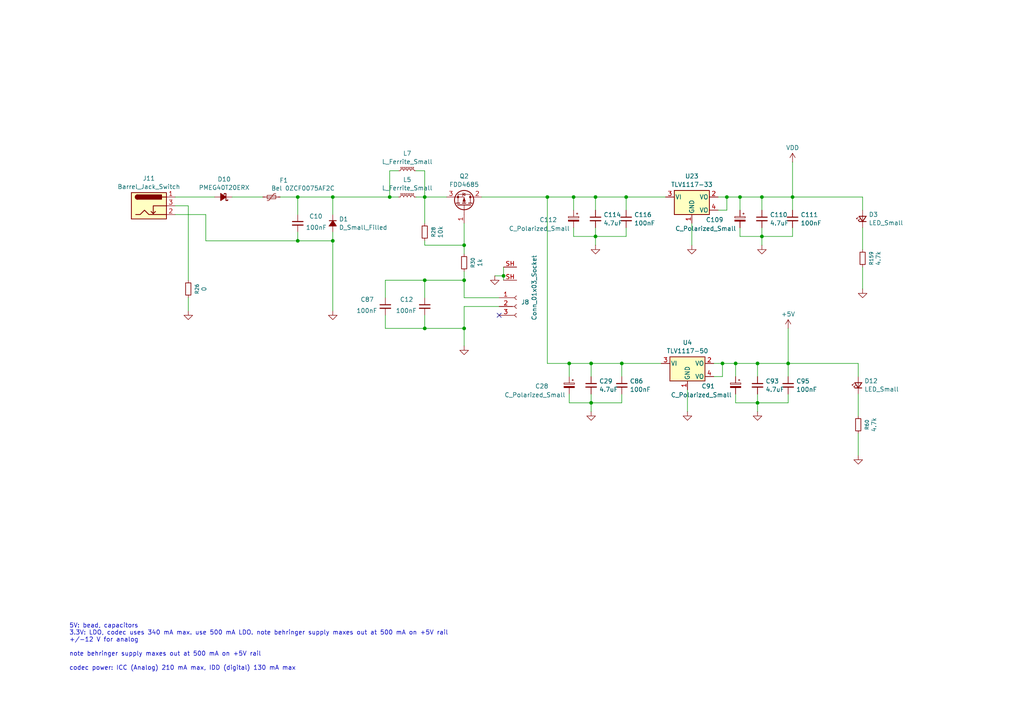
<source format=kicad_sch>
(kicad_sch (version 20250114) (generator "eeschema") (generator_version "9.0")
  (paper "A4")
  (lib_symbols
    (symbol "Connector:Barrel_Jack_Switch" (pin_names (hide yes))
      (property "Reference" "J" (at 0 5.334 0))
      (property "Value" "Barrel_Jack_Switch" (at 0 -5.08 0))
      (symbol "Barrel_Jack_Switch_0_1"
        (rectangle (start -5.08 3.81) (end 5.08 -3.81) (stroke (width 0.254)) (fill (type background)))
        (polyline (pts (xy -3.81 -2.54) (xy -2.54 -2.54) (xy -1.27 -1.27) (xy 0 -2.54) (xy 2.54 -2.54) (xy 5.08 -2.54)) (stroke (width 0.254)))
        (arc (start -3.302 1.905) (mid -3.9343 2.54) (end -3.302 3.175) (stroke (width 0.254)))
        (arc (start -3.302 1.905) (mid -3.9343 2.54) (end -3.302 3.175) (stroke (width 0.254)) (fill (type outline)))
        (polyline (pts (xy 1.27 -2.286) (xy 1.905 -1.651)) (stroke (width 0.254)))
        (rectangle (start 3.683 3.175) (end -3.302 1.905) (stroke (width 0.254)) (fill (type outline)))
        (polyline (pts (xy 5.08 2.54) (xy 3.81 2.54)) (stroke (width 0.254)))
        (polyline (pts (xy 5.08 0) (xy 1.27 0) (xy 1.27 -2.286) (xy 0.635 -1.651)) (stroke (width 0.254)))
      )
      (symbol "Barrel_Jack_Switch_1_1"
        (pin passive line (at 7.62 2.54 180) (length 2.54) (name "~") (number "1"))
        (pin passive line (at 7.62 0 180) (length 2.54) (name "~") (number "3"))
        (pin passive line (at 7.62 -2.54 180) (length 2.54) (name "~") (number "2"))
      )
    )
    (symbol "Connector:Conn_01x03_Socket" (pin_names (offset 1.016) (hide yes))
      (property "Reference" "J8" (at 1.27 1.2701 0))
      (property "Value" "Conn_01x03_Socket" (at 1.27 -1.2699 0))
      (symbol "Conn_01x03_Socket_1_1"
        (polyline (pts (xy -1.27 2.54) (xy -0.508 2.54)) (stroke (width 0.1524)))
        (polyline (pts (xy -1.27 0) (xy -0.508 0)) (stroke (width 0.1524)))
        (polyline (pts (xy -1.27 -2.54) (xy -0.508 -2.54)) (stroke (width 0.1524)))
        (arc (start 0 2.032) (mid -0.5058 2.54) (end 0 3.048) (stroke (width 0.1524)))
        (arc (start 0 -0.508) (mid -0.5058 0) (end 0 0.508) (stroke (width 0.1524)))
        (arc (start 0 -3.048) (mid -0.5058 -2.54) (end 0 -2.032) (stroke (width 0.1524)))
        (pin passive line (at -5.08 2.54 0) (length 3.81) (name "Pin_1") (number "1"))
        (pin passive line (at -5.08 0 0) (length 3.81) (name "Pin_2") (number "2"))
        (pin passive line (at -5.08 -2.54 0) (length 3.81) (name "Pin_3") (number "3"))
        (pin passive line (at -3.81 11.43 0) (length 3.81) (name "Pin_3") (number "SH"))
        (pin passive line (at -3.81 7.62 0) (length 3.81) (name "Pin_3") (number "SH"))
      )
    )
    (symbol "Device:C_Polarized_Small" (pin_numbers (hide yes)) (pin_names (offset 0.254) (hide yes))
      (property "Reference" "C" (at 0.254 1.778 0))
      (property "Value" "C_Polarized_Small" (at 0.254 -2.032 0))
      (symbol "C_Polarized_Small_0_1"
        (rectangle (start -1.524 0.6858) (end 1.524 0.3048))
        (rectangle (start -1.524 -0.3048) (end 1.524 -0.6858) (fill (type outline)))
        (polyline (pts (xy -1.27 1.524) (xy -0.762 1.524)))
        (polyline (pts (xy -1.016 1.27) (xy -1.016 1.778)))
      )
      (symbol "C_Polarized_Small_1_1"
        (pin passive line (at 0 2.54 270) (length 1.8542) (name "~") (number "1"))
        (pin passive line (at 0 -2.54 90) (length 1.8542) (name "~") (number "2"))
      )
    )
    (symbol "Device:C_Small" (pin_numbers (hide yes)) (pin_names (offset 0.254) (hide yes))
      (property "Reference" "C" (at 0.254 1.778 0))
      (property "Value" "C_Small" (at 0.254 -2.032 0))
      (symbol "C_Small_0_1"
        (polyline (pts (xy -1.524 0.508) (xy 1.524 0.508)) (stroke (width 0.3048)))
        (polyline (pts (xy -1.524 -0.508) (xy 1.524 -0.508)) (stroke (width 0.3302)))
      )
      (symbol "C_Small_1_1"
        (pin passive line (at 0 2.54 270) (length 2.032) (name "~") (number "1"))
        (pin passive line (at 0 -2.54 90) (length 2.032) (name "~") (number "2"))
      )
    )
    (symbol "Device:D_Schottky_Small_Filled" (pin_numbers (hide yes)) (pin_names (offset 0.254) (hide yes))
      (property "Reference" "D" (at -1.27 2.032 0))
      (property "Value" "D_Schottky_Small_Filled" (at -7.112 -2.032 0))
      (symbol "D_Schottky_Small_Filled_0_1"
        (polyline (pts (xy -1.27 0.762) (xy -1.27 1.016) (xy -0.762 1.016) (xy -0.762 -1.016) (xy -0.254 -1.016) (xy -0.254 -0.762)) (stroke (width 0.254)))
        (polyline (pts (xy -0.762 0) (xy 0.762 0)))
        (polyline (pts (xy 0.762 -1.016) (xy -0.762 0) (xy 0.762 1.016) (xy 0.762 -1.016)) (stroke (width 0.254)) (fill (type outline)))
      )
      (symbol "D_Schottky_Small_Filled_1_1"
        (pin passive line (at -2.54 0 0) (length 1.778) (name "K") (number "1"))
        (pin passive line (at 2.54 0 180) (length 1.778) (name "A") (number "2"))
      )
    )
    (symbol "Device:D_Small_Filled" (pin_numbers (hide yes)) (pin_names (offset 0.254) (hide yes))
      (property "Reference" "D" (at -1.27 2.032 0))
      (property "Value" "D_Small_Filled" (at -3.81 -2.032 0))
      (symbol "D_Small_Filled_0_1"
        (polyline (pts (xy -0.762 0) (xy 0.762 0)))
        (polyline (pts (xy -0.762 -1.016) (xy -0.762 1.016)) (stroke (width 0.254)))
        (polyline (pts (xy 0.762 -1.016) (xy -0.762 0) (xy 0.762 1.016) (xy 0.762 -1.016)) (stroke (width 0.254)) (fill (type outline)))
      )
      (symbol "D_Small_Filled_1_1"
        (pin passive line (at -2.54 0 0) (length 1.778) (name "K") (number "1"))
        (pin passive line (at 2.54 0 180) (length 1.778) (name "A") (number "2"))
      )
    )
    (symbol "Device:LED_Small" (pin_numbers (hide yes)) (pin_names (offset 0.254) (hide yes))
      (property "Reference" "D" (at -1.27 3.175 0))
      (property "Value" "LED_Small" (at -4.445 -2.54 0))
      (symbol "LED_Small_0_1"
        (polyline (pts (xy -0.762 -1.016) (xy -0.762 1.016)) (stroke (width 0.254)))
        (polyline (pts (xy 0 0.762) (xy -0.508 1.27) (xy -0.254 1.27) (xy -0.508 1.27) (xy -0.508 1.016)))
        (polyline (pts (xy 0.508 1.27) (xy 0 1.778) (xy 0.254 1.778) (xy 0 1.778) (xy 0 1.524)))
        (polyline (pts (xy 0.762 -1.016) (xy -0.762 0) (xy 0.762 1.016) (xy 0.762 -1.016)) (stroke (width 0.254)))
        (polyline (pts (xy 1.016 0) (xy -0.762 0)))
      )
      (symbol "LED_Small_1_1"
        (pin passive line (at -2.54 0 0) (length 1.778) (name "K") (number "1"))
        (pin passive line (at 2.54 0 180) (length 1.778) (name "A") (number "2"))
      )
    )
    (symbol "Device:L_Ferrite_Small" (pin_numbers (hide yes)) (pin_names (offset 0.254) (hide yes))
      (property "Reference" "L" (at 1.27 1.016 0))
      (property "Value" "L_Ferrite_Small" (at 1.27 -1.27 0))
      (symbol "L_Ferrite_Small_0_1"
        (arc (start 0 2.032) (mid 0.5058 1.524) (end 0 1.016))
        (arc (start 0 1.016) (mid 0.5058 0.508) (end 0 0))
        (arc (start 0 0) (mid 0.5058 -0.508) (end 0 -1.016))
        (arc (start 0 -1.016) (mid 0.5058 -1.524) (end 0 -2.032))
        (polyline (pts (xy 0.762 1.651) (xy 0.762 1.905)))
        (polyline (pts (xy 0.762 1.143) (xy 0.762 1.397)))
        (polyline (pts (xy 0.762 0.635) (xy 0.762 0.889)))
        (polyline (pts (xy 0.762 0.127) (xy 0.762 0.381)))
        (polyline (pts (xy 0.762 -0.381) (xy 0.762 -0.127)))
        (polyline (pts (xy 0.762 -0.889) (xy 0.762 -0.635)))
        (polyline (pts (xy 0.762 -1.397) (xy 0.762 -1.143)))
        (polyline (pts (xy 0.762 -1.905) (xy 0.762 -1.651)))
        (polyline (pts (xy 1.016 1.905) (xy 1.016 1.651)))
        (polyline (pts (xy 1.016 1.397) (xy 1.016 1.143)))
        (polyline (pts (xy 1.016 0.889) (xy 1.016 0.635)))
        (polyline (pts (xy 1.016 0.381) (xy 1.016 0.127)))
        (polyline (pts (xy 1.016 -0.127) (xy 1.016 -0.381)))
        (polyline (pts (xy 1.016 -0.635) (xy 1.016 -0.889)))
        (polyline (pts (xy 1.016 -1.143) (xy 1.016 -1.397)))
        (polyline (pts (xy 1.016 -1.651) (xy 1.016 -1.905)))
      )
      (symbol "L_Ferrite_Small_1_1"
        (pin passive line (at 0 2.54 270) (length 0.508) (name "~") (number "1"))
        (pin passive line (at 0 -2.54 90) (length 0.508) (name "~") (number "2"))
      )
    )
    (symbol "Device:Polyfuse_Small" (pin_numbers (hide yes)) (pin_names (offset 0))
      (property "Reference" "F" (at -1.905 0 90))
      (property "Value" "Polyfuse_Small" (at 1.905 0 90))
      (symbol "Polyfuse_Small_0_1"
        (polyline (pts (xy -1.016 1.27) (xy -1.016 0.762) (xy 1.016 -0.762) (xy 1.016 -1.27)))
        (rectangle (start -0.508 1.27) (end 0.508 -1.27))
        (polyline (pts (xy 0 2.54) (xy 0 -2.54)))
      )
      (symbol "Polyfuse_Small_1_1"
        (pin passive line (at 0 2.54 270) (length 0.635) (name "~") (number "1"))
        (pin passive line (at 0 -2.54 90) (length 0.635) (name "~") (number "2"))
      )
    )
    (symbol "Device:R_Small" (pin_numbers (hide yes)) (pin_names (offset 0.254) (hide yes))
      (property "Reference" "R" (at 0 0 90))
      (property "Value" "R_Small" (at 1.778 0 90))
      (symbol "R_Small_0_1"
        (rectangle (start -0.762 1.778) (end 0.762 -1.778) (stroke (width 0.2032)))
      )
      (symbol "R_Small_1_1"
        (pin passive line (at 0 2.54 270) (length 0.762) (name "~") (number "1"))
        (pin passive line (at 0 -2.54 90) (length 0.762) (name "~") (number "2"))
      )
    )
    (symbol "Regulator_Linear:TLV1117-33" (pin_names (offset 0.254))
      (property "Reference" "U12" (at 0 6.0495 0))
      (property "Value" "TLV1117-33" (at 0 3.6252 0))
      (symbol "TLV1117-33_0_1"
        (rectangle (start -5.08 -5.08) (end 5.08 1.905) (stroke (width 0.254)) (fill (type background)))
      )
      (symbol "TLV1117-33_1_1"
        (pin power_in line (at -7.62 0 0) (length 2.54) (name "VI") (number "3"))
        (pin power_in line (at 0 -7.62 90) (length 2.54) (name "GND") (number "1"))
        (pin power_out line (at 7.62 0 180) (length 2.54) (name "VO") (number "2"))
        (pin power_out line (at 7.62 -3.81 180) (length 2.54) (name "VO") (number "4"))
      )
    )
    (symbol "Transistor_FET:QM6015D" (pin_names (hide yes))
      (property "Reference" "Q" (at 5.08 1.905 0))
      (property "Value" "QM6015D" (at 5.08 0 0))
      (symbol "QM6015D_0_1"
        (polyline (pts (xy 0.254 1.905) (xy 0.254 -1.905)) (stroke (width 0.254)))
        (polyline (pts (xy 0.254 0) (xy -2.54 0)))
        (polyline (pts (xy 0.762 2.286) (xy 0.762 1.27)) (stroke (width 0.254)))
        (polyline (pts (xy 0.762 1.778) (xy 3.302 1.778) (xy 3.302 -1.778) (xy 0.762 -1.778)))
        (polyline (pts (xy 0.762 0.508) (xy 0.762 -0.508)) (stroke (width 0.254)))
        (polyline (pts (xy 0.762 -1.27) (xy 0.762 -2.286)) (stroke (width 0.254)))
        (circle (center 1.651 0) (radius 2.794) (stroke (width 0.254)))
        (polyline (pts (xy 2.286 0) (xy 1.27 0.381) (xy 1.27 -0.381) (xy 2.286 0)) (fill (type outline)))
        (polyline (pts (xy 2.54 2.54) (xy 2.54 1.778)))
        (circle (center 2.54 1.778) (radius 0.254) (fill (type outline)))
        (circle (center 2.54 -1.778) (radius 0.254) (fill (type outline)))
        (polyline (pts (xy 2.54 -2.54) (xy 2.54 0) (xy 0.762 0)))
        (polyline (pts (xy 2.794 -0.508) (xy 2.921 -0.381) (xy 3.683 -0.381) (xy 3.81 -0.254)))
        (polyline (pts (xy 3.302 -0.381) (xy 2.921 0.254) (xy 3.683 0.254) (xy 3.302 -0.381)))
      )
      (symbol "QM6015D_1_1"
        (pin passive line (at -5.08 0 0) (length 2.54) (name "G") (number "1"))
        (pin passive line (at 2.54 5.08 270) (length 2.54) (name "D") (number "2"))
        (pin passive line (at 2.54 -5.08 90) (length 2.54) (name "S") (number "3"))
      )
    )
    (symbol "power:+5V" (power) (pin_numbers (hide yes)) (pin_names (offset 0) (hide yes))
      (property "Value" "+5V" (at 0 3.556 0))
      (symbol "+5V_0_1"
        (polyline (pts (xy -0.762 1.27) (xy 0 2.54)))
        (polyline (pts (xy 0 2.54) (xy 0.762 1.27)))
        (polyline (pts (xy 0 0) (xy 0 2.54)))
      )
      (symbol "+5V_1_1"
        (pin power_in line (at 0 0 90) (length 0) (name "~") (number "1"))
      )
    )
    (symbol "power:GND" (power) (pin_numbers (hide yes)) (pin_names (offset 0) (hide yes))
      (property "Value" "GND" (at 0 -3.81 0))
      (symbol "GND_0_1"
        (polyline (pts (xy 0 0) (xy 0 -1.27) (xy 1.27 -1.27) (xy 0 -2.54) (xy -1.27 -1.27) (xy 0 -1.27)))
      )
      (symbol "GND_1_1"
        (pin power_in line (at 0 0 270) (length 0) (name "~") (number "1"))
      )
    )
    (symbol "power:VDD" (power) (pin_numbers (hide yes)) (pin_names (offset 0) (hide yes))
      (property "Value" "VDD" (at 0 3.556 0))
      (symbol "VDD_0_1"
        (polyline (pts (xy -0.762 1.27) (xy 0 2.54)))
        (polyline (pts (xy 0 2.54) (xy 0.762 1.27)))
        (polyline (pts (xy 0 0) (xy 0 2.54)))
      )
      (symbol "VDD_1_1"
        (pin power_in line (at 0 0 90) (length 0) (name "~") (number "1"))
      )
    )
  )
  (text "5V: bead, capacitors\n3.3V: LDO, codec uses 340 mA max. use 500 mA LDO. note behringer supply maxes out at 500 mA on +5V rail\n+/-12 V for analog\n\nnote behringer supply maxes out at 500 mA on +5V rail\n\ncodec power: ICC (Analog) 210 mA max, IDD (digital) 130 mA max\n" (at 20.066 187.706 0) (effects (font (size 1.27 1.27)) (justify left)))
  (junction (at 146.05 80.01))
  (junction (at 96.52 57.15))
  (junction (at 220.98 57.15))
  (junction (at 86.36 69.85))
  (junction (at 123.19 95.25))
  (junction (at 229.87 57.15))
  (junction (at 171.45 105.41))
  (junction (at 123.19 81.28))
  (junction (at 220.98 68.58))
  (junction (at 134.62 71.12))
  (junction (at 214.63 57.15))
  (junction (at 210.82 57.15))
  (junction (at 219.71 105.41))
  (junction (at 213.36 105.41))
  (junction (at 219.71 116.84))
  (junction (at 172.72 68.58))
  (junction (at 134.62 81.28))
  (junction (at 228.6 105.41))
  (junction (at 165.1 105.41))
  (junction (at 86.36 57.15))
  (junction (at 134.62 95.25))
  (junction (at 113.03 57.15))
  (junction (at 180.34 105.41))
  (junction (at 181.61 57.15))
  (junction (at 166.37 57.15))
  (junction (at 171.45 116.84))
  (junction (at 209.55 105.41))
  (junction (at 123.19 57.15))
  (junction (at 158.75 57.15))
  (junction (at 172.72 57.15))
  (junction (at 96.52 69.85))
  (no_connect (at 144.78 91.44))
  (wire (pts (xy 134.62 81.28) (xy 134.62 86.36)))
  (wire (pts (xy 120.65 49.53) (xy 123.19 49.53)))
  (wire (pts (xy 166.37 68.58) (xy 172.72 68.58)))
  (wire (pts (xy 172.72 57.15) (xy 172.72 60.96)))
  (wire (pts (xy 115.57 49.53) (xy 113.03 49.53)))
  (wire (pts (xy 248.92 125.73) (xy 248.92 132.08)))
  (wire (pts (xy 229.87 57.15) (xy 229.87 60.96)))
  (wire (pts (xy 208.28 60.96) (xy 210.82 60.96)))
  (wire (pts (xy 228.6 116.84) (xy 228.6 114.3)))
  (wire (pts (xy 213.36 105.41) (xy 213.36 109.22)))
  (wire (pts (xy 171.45 105.41) (xy 171.45 109.22)))
  (wire (pts (xy 134.62 71.12) (xy 134.62 73.66)))
  (wire (pts (xy 134.62 88.9) (xy 134.62 95.25)))
  (wire (pts (xy 59.69 69.85) (xy 86.36 69.85)))
  (wire (pts (xy 113.03 49.53) (xy 113.03 57.15)))
  (wire (pts (xy 220.98 68.58) (xy 229.87 68.58)))
  (wire (pts (xy 214.63 66.04) (xy 214.63 68.58)))
  (wire (pts (xy 166.37 66.04) (xy 166.37 68.58)))
  (wire (pts (xy 144.78 86.36) (xy 134.62 86.36)))
  (wire (pts (xy 59.69 62.23) (xy 59.69 69.85)))
  (wire (pts (xy 123.19 86.36) (xy 123.19 81.28)))
  (wire (pts (xy 250.19 77.47) (xy 250.19 83.82)))
  (wire (pts (xy 172.72 66.04) (xy 172.72 68.58)))
  (wire (pts (xy 219.71 116.84) (xy 219.71 119.38)))
  (wire (pts (xy 158.75 105.41) (xy 165.1 105.41)))
  (wire (pts (xy 158.75 57.15) (xy 158.75 105.41)))
  (wire (pts (xy 120.65 57.15) (xy 123.19 57.15)))
  (wire (pts (xy 146.05 80.01) (xy 146.05 81.28)))
  (wire (pts (xy 214.63 57.15) (xy 220.98 57.15)))
  (wire (pts (xy 50.8 62.23) (xy 59.69 62.23)))
  (wire (pts (xy 134.62 71.12) (xy 134.62 64.77)))
  (wire (pts (xy 171.45 114.3) (xy 171.45 116.84)))
  (wire (pts (xy 111.76 81.28) (xy 123.19 81.28)))
  (wire (pts (xy 113.03 57.15) (xy 115.57 57.15)))
  (wire (pts (xy 165.1 114.3) (xy 165.1 116.84)))
  (wire (pts (xy 180.34 116.84) (xy 180.34 114.3)))
  (wire (pts (xy 210.82 57.15) (xy 214.63 57.15)))
  (wire (pts (xy 214.63 68.58) (xy 220.98 68.58)))
  (wire (pts (xy 123.19 57.15) (xy 123.19 64.77)))
  (wire (pts (xy 54.61 86.36) (xy 54.61 90.17)))
  (wire (pts (xy 219.71 105.41) (xy 219.71 109.22)))
  (wire (pts (xy 220.98 66.04) (xy 220.98 68.58)))
  (wire (pts (xy 81.28 57.15) (xy 86.36 57.15)))
  (wire (pts (xy 123.19 91.44) (xy 123.19 95.25)))
  (wire (pts (xy 139.7 57.15) (xy 158.75 57.15)))
  (wire (pts (xy 181.61 68.58) (xy 181.61 66.04)))
  (wire (pts (xy 166.37 57.15) (xy 172.72 57.15)))
  (wire (pts (xy 209.55 105.41) (xy 213.36 105.41)))
  (wire (pts (xy 123.19 49.53) (xy 123.19 57.15)))
  (wire (pts (xy 96.52 57.15) (xy 113.03 57.15)))
  (wire (pts (xy 250.19 57.15) (xy 229.87 57.15)))
  (wire (pts (xy 165.1 105.41) (xy 165.1 109.22)))
  (wire (pts (xy 143.51 80.01) (xy 146.05 80.01)))
  (wire (pts (xy 181.61 57.15) (xy 181.61 60.96)))
  (wire (pts (xy 219.71 114.3) (xy 219.71 116.84)))
  (wire (pts (xy 146.05 77.47) (xy 146.05 80.01)))
  (wire (pts (xy 248.92 114.3) (xy 248.92 120.65)))
  (wire (pts (xy 172.72 68.58) (xy 181.61 68.58)))
  (wire (pts (xy 171.45 116.84) (xy 171.45 119.38)))
  (wire (pts (xy 229.87 68.58) (xy 229.87 66.04)))
  (wire (pts (xy 96.52 62.23) (xy 96.52 57.15)))
  (wire (pts (xy 199.39 113.03) (xy 199.39 119.38)))
  (wire (pts (xy 123.19 57.15) (xy 129.54 57.15)))
  (wire (pts (xy 172.72 57.15) (xy 181.61 57.15)))
  (wire (pts (xy 213.36 105.41) (xy 219.71 105.41)))
  (wire (pts (xy 54.61 59.69) (xy 54.61 81.28)))
  (wire (pts (xy 86.36 67.31) (xy 86.36 69.85)))
  (wire (pts (xy 171.45 105.41) (xy 180.34 105.41)))
  (wire (pts (xy 228.6 105.41) (xy 228.6 109.22)))
  (wire (pts (xy 86.36 69.85) (xy 96.52 69.85)))
  (wire (pts (xy 111.76 86.36) (xy 111.76 81.28)))
  (wire (pts (xy 248.92 105.41) (xy 228.6 105.41)))
  (wire (pts (xy 134.62 100.33) (xy 134.62 95.25)))
  (wire (pts (xy 248.92 109.22) (xy 248.92 105.41)))
  (wire (pts (xy 220.98 57.15) (xy 229.87 57.15)))
  (wire (pts (xy 123.19 95.25) (xy 134.62 95.25)))
  (wire (pts (xy 134.62 78.74) (xy 134.62 81.28)))
  (wire (pts (xy 229.87 46.99) (xy 229.87 57.15)))
  (wire (pts (xy 111.76 95.25) (xy 123.19 95.25)))
  (wire (pts (xy 250.19 60.96) (xy 250.19 57.15)))
  (wire (pts (xy 144.78 88.9) (xy 134.62 88.9)))
  (wire (pts (xy 207.01 109.22) (xy 209.55 109.22)))
  (wire (pts (xy 250.19 66.04) (xy 250.19 72.39)))
  (wire (pts (xy 111.76 91.44) (xy 111.76 95.25)))
  (wire (pts (xy 165.1 116.84) (xy 171.45 116.84)))
  (wire (pts (xy 67.31 57.15) (xy 76.2 57.15)))
  (wire (pts (xy 123.19 69.85) (xy 123.19 71.12)))
  (wire (pts (xy 219.71 105.41) (xy 228.6 105.41)))
  (wire (pts (xy 210.82 60.96) (xy 210.82 57.15)))
  (wire (pts (xy 213.36 114.3) (xy 213.36 116.84)))
  (wire (pts (xy 180.34 105.41) (xy 180.34 109.22)))
  (wire (pts (xy 50.8 57.15) (xy 62.23 57.15)))
  (wire (pts (xy 172.72 68.58) (xy 172.72 71.12)))
  (wire (pts (xy 171.45 116.84) (xy 180.34 116.84)))
  (wire (pts (xy 96.52 69.85) (xy 96.52 90.17)))
  (wire (pts (xy 96.52 67.31) (xy 96.52 69.85)))
  (wire (pts (xy 180.34 105.41) (xy 191.77 105.41)))
  (wire (pts (xy 123.19 71.12) (xy 134.62 71.12)))
  (wire (pts (xy 86.36 57.15) (xy 86.36 62.23)))
  (wire (pts (xy 123.19 81.28) (xy 134.62 81.28)))
  (wire (pts (xy 228.6 95.25) (xy 228.6 105.41)))
  (wire (pts (xy 207.01 105.41) (xy 209.55 105.41)))
  (wire (pts (xy 220.98 68.58) (xy 220.98 71.12)))
  (wire (pts (xy 213.36 116.84) (xy 219.71 116.84)))
  (wire (pts (xy 219.71 116.84) (xy 228.6 116.84)))
  (wire (pts (xy 50.8 59.69) (xy 54.61 59.69)))
  (wire (pts (xy 208.28 57.15) (xy 210.82 57.15)))
  (wire (pts (xy 166.37 57.15) (xy 166.37 60.96)))
  (wire (pts (xy 209.55 109.22) (xy 209.55 105.41)))
  (wire (pts (xy 181.61 57.15) (xy 193.04 57.15)))
  (wire (pts (xy 165.1 105.41) (xy 171.45 105.41)))
  (wire (pts (xy 220.98 57.15) (xy 220.98 60.96)))
  (wire (pts (xy 200.66 64.77) (xy 200.66 71.12)))
  (wire (pts (xy 214.63 57.15) (xy 214.63 60.96)))
  (wire (pts (xy 86.36 57.15) (xy 96.52 57.15)))
  (wire (pts (xy 158.75 57.15) (xy 166.37 57.15)))
  (symbol (lib_id "Device:C_Small") (at 181.61 63.5 0) (mirror y) (unit 1)
    (property "Reference" "C116" (at 183.9341 62.2941 0) (effects (justify right)))
    (property "Value" "100nF" (at 183.9341 64.7184 0) (effects (justify right)))
    (property "Footprint" "Capacitor_SMD:C_0603_1608Metric" (effects (hide yes)))
    (property "Description" "Unpolarized capacitor, small symbol" (effects (hide yes)))
  )
  (symbol (lib_id "power:GND") (at 143.51 80.01 0) (unit 1)
    (property "Reference" "#PWR040" (effects (hide yes)))
    (property "Value" "GND" (effects (hide yes)))
    (property "Description" "Power symbol creates a global label with name \"GND\" , ground" (effects (hide yes)))
  )
  (symbol (lib_id "Device:R_Small") (at 123.19 67.31 180) (unit 1)
    (property "Reference" "R28" (at 125.73 67.31 90) (effects (font (size 1.016 1.016))))
    (property "Value" "10k" (at 127.762 67.31 90))
    (property "Footprint" "Resistor_SMD:R_0603_1608Metric" (effects (hide yes)))
    (property "Description" "Resistor, small symbol" (effects (hide yes)))
    (property "PN" "CRCW06030000Z0EA" (effects (hide yes)))
  )
  (symbol (lib_id "Device:C_Small") (at 229.87 63.5 0) (mirror y) (unit 1)
    (property "Reference" "C111" (at 232.1941 62.2941 0) (effects (justify right)))
    (property "Value" "100nF" (at 232.1941 64.7184 0) (effects (justify right)))
    (property "Footprint" "Capacitor_SMD:C_0603_1608Metric" (effects (hide yes)))
    (property "Description" "Unpolarized capacitor, small symbol" (effects (hide yes)))
  )
  (symbol (lib_id "Device:Polyfuse_Small") (at 78.74 57.15 90) (unit 1)
    (property "Reference" "F1" (at 82.296 52.324 90))
    (property "Value" "Bel 0ZCF0075AF2C" (at 87.884 54.61 90))
    (property "Footprint" "Fuse:Fuse_2920_7451Metric" (effects (hide yes)))
    (property "Description" "Resettable fuse, polymeric positive temperature coefficient, small symbol" (effects (hide yes)))
  )
  (symbol (lib_id "power:GND") (at 199.39 119.38 0) (unit 1)
    (property "Reference" "#PWR048" (effects (hide yes)))
    (property "Value" "GND" (effects (hide yes)))
    (property "Description" "Power symbol creates a global label with name \"GND\" , ground" (effects (hide yes)))
  )
  (symbol (lib_id "Device:C_Small") (at 123.19 88.9 0) (unit 1)
    (property "Reference" "C12" (at 119.888 86.868 0) (effects (justify right)))
    (property "Value" "100nF" (at 120.8659 90.1184 0) (effects (justify right)))
    (property "Footprint" "Capacitor_SMD:C_0603_1608Metric" (effects (hide yes)))
    (property "Description" "Unpolarized capacitor, small symbol" (effects (hide yes)))
  )
  (symbol (lib_id "power:GND") (at 172.72 71.12 0) (unit 1)
    (property "Reference" "#PWR0160" (effects (hide yes)))
    (property "Value" "GND" (effects (hide yes)))
    (property "Description" "Power symbol creates a global label with name \"GND\" , ground" (effects (hide yes)))
  )
  (symbol (lib_id "Device:C_Small") (at 171.45 111.76 0) (mirror y) (unit 1)
    (property "Reference" "C29" (at 173.7741 110.5541 0) (effects (justify right)))
    (property "Value" "4.7uF" (at 173.7741 112.9784 0) (effects (justify right)))
    (property "Footprint" "Capacitor_SMD:C_0603_1608Metric" (effects (hide yes)))
    (property "Description" "Unpolarized capacitor, small symbol" (effects (hide yes)))
  )
  (symbol (lib_id "Device:LED_Small") (at 248.92 111.76 90) (unit 1)
    (property "Reference" "D12" (at 250.698 110.4843 90) (effects (justify right)))
    (property "Value" "LED_Small" (at 250.698 112.9086 90) (effects (justify right)))
    (property "Footprint" "LED_SMD:LED_0603_1608Metric" (effects (hide yes)))
    (property "Description" "Light emitting diode, small symbol" (effects (hide yes)))
    (property "Sim.Pin" "1=K 2=A" (effects (hide yes)))
    (property "PN" "WP710A10ID" (effects (hide yes)))
  )
  (symbol (lib_id "Device:C_Small") (at 111.76 88.9 0) (unit 1)
    (property "Reference" "C87" (at 108.458 86.868 0) (effects (justify right)))
    (property "Value" "100nF" (at 109.4359 90.1184 0) (effects (justify right)))
    (property "Footprint" "Capacitor_SMD:C_0603_1608Metric" (effects (hide yes)))
    (property "Description" "Unpolarized capacitor, small symbol" (effects (hide yes)))
  )
  (symbol (lib_id "power:GND") (at 54.61 90.17 0) (unit 1)
    (property "Reference" "#PWR041" (effects (hide yes)))
    (property "Value" "GND" (effects (hide yes)))
    (property "Description" "Power symbol creates a global label with name \"GND\" , ground" (effects (hide yes)))
  )
  (symbol (lib_id "Device:C_Small") (at 86.36 64.77 0) (mirror y) (unit 1)
    (property "Reference" "C10" (at 89.662 62.738 0) (effects (justify right)))
    (property "Value" "100nF" (at 88.6841 65.9884 0) (effects (justify right)))
    (property "Footprint" "Capacitor_SMD:C_0603_1608Metric" (effects (hide yes)))
    (property "Description" "Unpolarized capacitor, small symbol" (effects (hide yes)))
  )
  (symbol (lib_id "Regulator_Linear:TLV1117-33") (at 200.66 57.15 0) (unit 1)
    (property "Reference" "U23" (at 200.66 51.1005 0))
    (property "Value" "TLV1117-33" (at 200.66 53.5248 0))
    (property "Footprint" "Package_TO_SOT_SMD:SOT-223" (effects (hide yes)))
    (property "Datasheet" "http://www.ti.com/lit/ds/symlink/tlv1117.pdf" (effects (hide yes)))
    (property "Description" "800mA Low-Dropout Linear Regulator, 3.3V fixed output, TO-220/TO-252/TO-263/SOT-223" (effects (hide yes)))
    (property "PN" "TLV1117-33IDCYR" (effects (hide yes)))
  )
  (symbol (lib_id "power:GND") (at 219.71 119.38 0) (unit 1)
    (property "Reference" "#PWR060" (effects (hide yes)))
    (property "Value" "GND" (effects (hide yes)))
    (property "Description" "Power symbol creates a global label with name \"GND\" , ground" (effects (hide yes)))
  )
  (symbol (lib_id "Device:C_Small") (at 220.98 63.5 0) (mirror y) (unit 1)
    (property "Reference" "C110" (at 223.3041 62.2941 0) (effects (justify right)))
    (property "Value" "4.7uF" (at 223.3041 64.7184 0) (effects (justify right)))
    (property "Footprint" "Capacitor_SMD:C_0603_1608Metric" (effects (hide yes)))
    (property "Description" "Unpolarized capacitor, small symbol" (effects (hide yes)))
  )
  (symbol (lib_id "power:GND") (at 250.19 83.82 0) (unit 1)
    (property "Reference" "#PWR0165" (effects (hide yes)))
    (property "Value" "GND" (effects (hide yes)))
    (property "Description" "Power symbol creates a global label with name \"GND\" , ground" (effects (hide yes)))
  )
  (symbol (lib_id "Device:R_Small") (at 54.61 83.82 180) (unit 1)
    (property "Reference" "R26" (at 57.15 83.82 90) (effects (font (size 1.016 1.016))))
    (property "Value" "0" (at 59.182 83.82 90))
    (property "Footprint" "Resistor_SMD:R_0603_1608Metric" (effects (hide yes)))
    (property "Description" "Resistor, small symbol" (effects (hide yes)))
    (property "PN" "CRCW06030000Z0EA" (effects (hide yes)))
  )
  (symbol (lib_id "Device:R_Small") (at 134.62 76.2 180) (unit 1)
    (property "Reference" "R30" (at 137.16 76.2 90) (effects (font (size 1.016 1.016))))
    (property "Value" "1k" (at 139.192 76.2 90))
    (property "Footprint" "Resistor_SMD:R_0603_1608Metric" (effects (hide yes)))
    (property "Description" "Resistor, small symbol" (effects (hide yes)))
    (property "PN" "CRCW06030000Z0EA" (effects (hide yes)))
  )
  (symbol (lib_id "Device:R_Small") (at 248.92 123.19 180) (unit 1)
    (property "Reference" "R60" (at 251.46 123.19 90) (effects (font (size 1.016 1.016))))
    (property "Value" "4.7k" (at 253.492 123.19 90))
    (property "Footprint" "Resistor_SMD:R_0603_1608Metric" (effects (hide yes)))
    (property "Description" "Resistor, small symbol" (effects (hide yes)))
    (property "PN" "ERA-3AEB472V" (effects (hide yes)))
  )
  (symbol (lib_id "Device:L_Ferrite_Small") (at 118.11 49.53 90) (unit 1)
    (property "Reference" "L7" (at 118.11 44.4965 90))
    (property "Value" "L_Ferrite_Small" (at 118.11 46.9208 90))
    (property "Footprint" "Inductor_SMD:L_0603_1608Metric" (effects (hide yes)))
    (property "Description" "Inductor with ferrite core, small symbol" (effects (hide yes)))
    (property "PN" "BLM18KG601SN1D" (effects (hide yes)))
  )
  (symbol (lib_id "Device:C_Polarized_Small") (at 165.1 111.76 0) (mirror y) (unit 1)
    (property "Reference" "C28" (at 155.194 112.014 0) (effects (justify right)))
    (property "Value" "C_Polarized_Small" (at 146.304 114.554 0) (effects (justify right)))
    (property "Footprint" "Capacitor_THT:CP_Radial_D8.0mm_P3.50mm" (effects (hide yes)))
    (property "Description" "Polarized capacitor, small symbol" (effects (hide yes)))
    (property "PN" "UES1C470MPM1TD" (effects (hide yes)))
  )
  (symbol (lib_id "power:GND") (at 220.98 71.12 0) (unit 1)
    (property "Reference" "#PWR0164" (effects (hide yes)))
    (property "Value" "GND" (effects (hide yes)))
    (property "Description" "Power symbol creates a global label with name \"GND\" , ground" (effects (hide yes)))
  )
  (symbol (lib_id "Device:C_Small") (at 228.6 111.76 0) (mirror y) (unit 1)
    (property "Reference" "C95" (at 230.9241 110.5541 0) (effects (justify right)))
    (property "Value" "100nF" (at 230.9241 112.9784 0) (effects (justify right)))
    (property "Footprint" "Capacitor_SMD:C_0603_1608Metric" (effects (hide yes)))
    (property "Description" "Unpolarized capacitor, small symbol" (effects (hide yes)))
  )
  (symbol (lib_id "Connector:Conn_01x03_Socket") (at 149.86 88.9 0) (unit 1)
    (property "Reference" "J8" (at 151.13 87.6299 0) (effects (justify left)))
    (property "Value" "Conn_01x03_Socket" (at 154.94 92.964 90) (effects (justify left)))
    (property "Footprint" "eth68:100SP1T1B1M7QE" (effects (hide yes)))
    (property "Description" "Generic connector, single row, 01x03, script generated" (effects (hide yes)))
  )
  (symbol (lib_id "power:GND") (at 96.52 90.17 0) (unit 1)
    (property "Reference" "#PWR039" (effects (hide yes)))
    (property "Value" "GND" (effects (hide yes)))
    (property "Description" "Power symbol creates a global label with name \"GND\" , ground" (effects (hide yes)))
  )
  (symbol (lib_id "Transistor_FET:QM6015D") (at 134.62 59.69 270) (mirror x) (unit 1)
    (property "Reference" "Q2" (at 134.62 51.1005 90))
    (property "Value" "FDD4685" (at 134.62 53.5248 90))
    (property "Footprint" "Package_TO_SOT_SMD:TO-252-2" (effects (hide yes)))
    (property "Datasheet" "http://www.jaolen.com/images/pdf/QM6015D.pdf" (effects (hide yes)))
    (property "Description" "-35A Id, -60V Vds, P-Channel Power MOSFET, 25mOhm Ron, 25.0nC Qg (typ), TO252" (effects (hide yes)))
  )
  (symbol (lib_id "power:+5V") (at 228.6 95.25 0) (unit 1)
    (property "Reference" "#PWR0105" (effects (hide yes)))
    (property "Value" "+5V" (at 228.6 91.1169 0))
    (property "Description" "Power symbol creates a global label with name \"+5V\"" (effects (hide yes)))
  )
  (symbol (lib_id "power:VDD") (at 229.87 46.99 0) (unit 1)
    (property "Reference" "#PWR0166" (effects (hide yes)))
    (property "Value" "VDD" (at 229.87 42.8569 0))
    (property "Description" "Power symbol creates a global label with name \"VDD\"" (effects (hide yes)))
  )
  (symbol (lib_id "Device:C_Small") (at 219.71 111.76 0) (mirror y) (unit 1)
    (property "Reference" "C93" (at 222.0341 110.5541 0) (effects (justify right)))
    (property "Value" "4.7uF" (at 222.0341 112.9784 0) (effects (justify right)))
    (property "Footprint" "Capacitor_SMD:C_0603_1608Metric" (effects (hide yes)))
    (property "Description" "Unpolarized capacitor, small symbol" (effects (hide yes)))
  )
  (symbol (lib_id "Device:C_Small") (at 180.34 111.76 0) (mirror y) (unit 1)
    (property "Reference" "C86" (at 182.6641 110.5541 0) (effects (justify right)))
    (property "Value" "100nF" (at 182.6641 112.9784 0) (effects (justify right)))
    (property "Footprint" "Capacitor_SMD:C_0603_1608Metric" (effects (hide yes)))
    (property "Description" "Unpolarized capacitor, small symbol" (effects (hide yes)))
  )
  (symbol (lib_id "power:GND") (at 134.62 100.33 0) (unit 1)
    (property "Reference" "#PWR045" (effects (hide yes)))
    (property "Value" "GND" (effects (hide yes)))
    (property "Description" "Power symbol creates a global label with name \"GND\" , ground" (effects (hide yes)))
  )
  (symbol (lib_id "power:GND") (at 248.92 132.08 0) (unit 1)
    (property "Reference" "#PWR062" (effects (hide yes)))
    (property "Value" "GND" (effects (hide yes)))
    (property "Description" "Power symbol creates a global label with name \"GND\" , ground" (effects (hide yes)))
  )
  (symbol (lib_id "power:GND") (at 200.66 71.12 0) (unit 1)
    (property "Reference" "#PWR0162" (effects (hide yes)))
    (property "Value" "GND" (effects (hide yes)))
    (property "Description" "Power symbol creates a global label with name \"GND\" , ground" (effects (hide yes)))
  )
  (symbol (lib_id "Device:L_Ferrite_Small") (at 118.11 57.15 90) (unit 1)
    (property "Reference" "L5" (at 118.11 52.1165 90))
    (property "Value" "L_Ferrite_Small" (at 118.11 54.5408 90))
    (property "Footprint" "Inductor_SMD:L_0603_1608Metric" (effects (hide yes)))
    (property "Description" "Inductor with ferrite core, small symbol" (effects (hide yes)))
    (property "PN" "BLM18KG601SN1D" (effects (hide yes)))
  )
  (symbol (lib_id "Device:C_Polarized_Small") (at 166.37 63.5 0) (mirror y) (unit 1)
    (property "Reference" "C112" (at 156.464 63.754 0) (effects (justify right)))
    (property "Value" "C_Polarized_Small" (at 147.574 66.294 0) (effects (justify right)))
    (property "Footprint" "Capacitor_THT:CP_Radial_D8.0mm_P3.50mm" (effects (hide yes)))
    (property "Description" "Polarized capacitor, small symbol" (effects (hide yes)))
    (property "PN" "UES1C470MPM1TD" (effects (hide yes)))
  )
  (symbol (lib_id "Device:D_Schottky_Small_Filled") (at 64.77 57.15 180) (unit 1)
    (property "Reference" "D10" (at 65.024 51.9895 0))
    (property "Value" "PMEG40T20ERX" (at 65.024 54.4138 0))
    (property "Footprint" "Diode_SMD:D_SOD-123F" (effects (hide yes)))
    (property "Description" "Schottky diode, small symbol, filled shape" (effects (hide yes)))
  )
  (symbol (lib_id "Device:D_Small_Filled") (at 96.52 64.77 270) (unit 1)
    (property "Reference" "D1" (at 98.298 63.5578 90) (effects (justify left)))
    (property "Value" "D_Small_Filled" (at 98.298 65.9821 90) (effects (justify left)))
    (property "Description" "Diode, small symbol, filled shape" (effects (hide yes)))
    (property "Sim.Device" "D" (effects (hide yes)))
    (property "Sim.Pins" "1=K 2=A" (effects (hide yes)))
  )
  (symbol (lib_id "power:GND") (at 171.45 119.38 0) (unit 1)
    (property "Reference" "#PWR047" (effects (hide yes)))
    (property "Value" "GND" (effects (hide yes)))
    (property "Description" "Power symbol creates a global label with name \"GND\" , ground" (effects (hide yes)))
  )
  (symbol (lib_id "Device:C_Small") (at 172.72 63.5 0) (mirror y) (unit 1)
    (property "Reference" "C114" (at 175.0441 62.2941 0) (effects (justify right)))
    (property "Value" "4.7uF" (at 175.0441 64.7184 0) (effects (justify right)))
    (property "Footprint" "Capacitor_SMD:C_0603_1608Metric" (effects (hide yes)))
    (property "Description" "Unpolarized capacitor, small symbol" (effects (hide yes)))
  )
  (symbol (lib_id "Device:LED_Small") (at 250.19 63.5 90) (unit 1)
    (property "Reference" "D3" (at 251.968 62.2243 90) (effects (justify right)))
    (property "Value" "LED_Small" (at 251.968 64.6486 90) (effects (justify right)))
    (property "Footprint" "LED_SMD:LED_0603_1608Metric" (effects (hide yes)))
    (property "Description" "Light emitting diode, small symbol" (effects (hide yes)))
    (property "Sim.Pin" "1=K 2=A" (effects (hide yes)))
    (property "PN" "WP710A10ID" (effects (hide yes)))
  )
  (symbol (lib_id "Device:C_Polarized_Small") (at 213.36 111.76 0) (mirror y) (unit 1)
    (property "Reference" "C91" (at 203.454 112.014 0) (effects (justify right)))
    (property "Value" "C_Polarized_Small" (at 194.564 114.554 0) (effects (justify right)))
    (property "Footprint" "Capacitor_THT:CP_Radial_D8.0mm_P3.50mm" (effects (hide yes)))
    (property "Description" "Polarized capacitor, small symbol" (effects (hide yes)))
    (property "PN" "UES1C470MPM1TD" (effects (hide yes)))
  )
  (symbol (lib_id "Connector:Barrel_Jack_Switch") (at 43.18 59.69 0) (unit 1)
    (property "Reference" "J11" (at 43.18 51.7355 0))
    (property "Value" "Barrel_Jack_Switch" (at 43.18 54.1598 0))
    (property "Footprint" "eth68:SameSky_PJ-002AH" (effects (hide yes)))
    (property "Description" "DC Barrel Jack with an internal switch" (effects (hide yes)))
  )
  (symbol (lib_id "Device:R_Small") (at 250.19 74.93 180) (unit 1)
    (property "Reference" "R159" (at 252.73 74.93 90) (effects (font (size 1.016 1.016))))
    (property "Value" "4.7k" (at 254.762 74.93 90))
    (property "Footprint" "Resistor_SMD:R_0603_1608Metric" (effects (hide yes)))
    (property "Description" "Resistor, small symbol" (effects (hide yes)))
    (property "PN" "ERA-3AEB472V" (effects (hide yes)))
  )
  (symbol (lib_id "Regulator_Linear:TLV1117-33") (at 199.39 105.41 0) (unit 1)
    (property "Reference" "U4" (at 199.39 99.3605 0))
    (property "Value" "TLV1117-50" (at 199.39 101.7848 0))
    (property "Footprint" "Package_TO_SOT_SMD:SOT-223" (effects (hide yes)))
    (property "Datasheet" "http://www.ti.com/lit/ds/symlink/tlv1117.pdf" (effects (hide yes)))
    (property "Description" "800mA Low-Dropout Linear Regulator, 3.3V fixed output, TO-220/TO-252/TO-263/SOT-223" (effects (hide yes)))
    (property "PN" "TLV1117-50IDCYR" (effects (hide yes)))
  )
  (symbol (lib_id "Device:C_Polarized_Small") (at 214.63 63.5 0) (mirror y) (unit 1)
    (property "Reference" "C109" (at 204.724 63.754 0) (effects (justify right)))
    (property "Value" "C_Polarized_Small" (at 195.834 66.294 0) (effects (justify right)))
    (property "Footprint" "Capacitor_THT:CP_Radial_D8.0mm_P3.50mm" (effects (hide yes)))
    (property "Description" "Polarized capacitor, small symbol" (effects (hide yes)))
    (property "PN" "UES1C470MPM1TD" (effects (hide yes)))
  )
)
</source>
